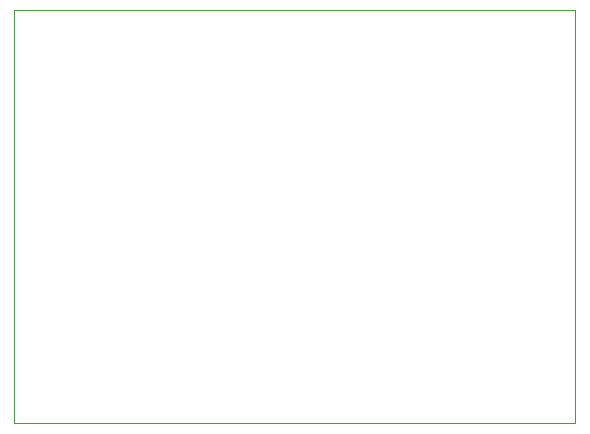
<source format=gbr>
%TF.GenerationSoftware,KiCad,Pcbnew,8.0.5*%
%TF.CreationDate,2025-02-22T06:14:54-05:00*%
%TF.ProjectId,IR Junction,4952204a-756e-4637-9469-6f6e2e6b6963,rev?*%
%TF.SameCoordinates,Original*%
%TF.FileFunction,Profile,NP*%
%FSLAX46Y46*%
G04 Gerber Fmt 4.6, Leading zero omitted, Abs format (unit mm)*
G04 Created by KiCad (PCBNEW 8.0.5) date 2025-02-22 06:14:54*
%MOMM*%
%LPD*%
G01*
G04 APERTURE LIST*
%TA.AperFunction,Profile*%
%ADD10C,0.050000*%
%TD*%
G04 APERTURE END LIST*
D10*
X123900000Y-79600000D02*
X171400000Y-79600000D01*
X171400000Y-114600000D01*
X123900000Y-114600000D01*
X123900000Y-79600000D01*
M02*

</source>
